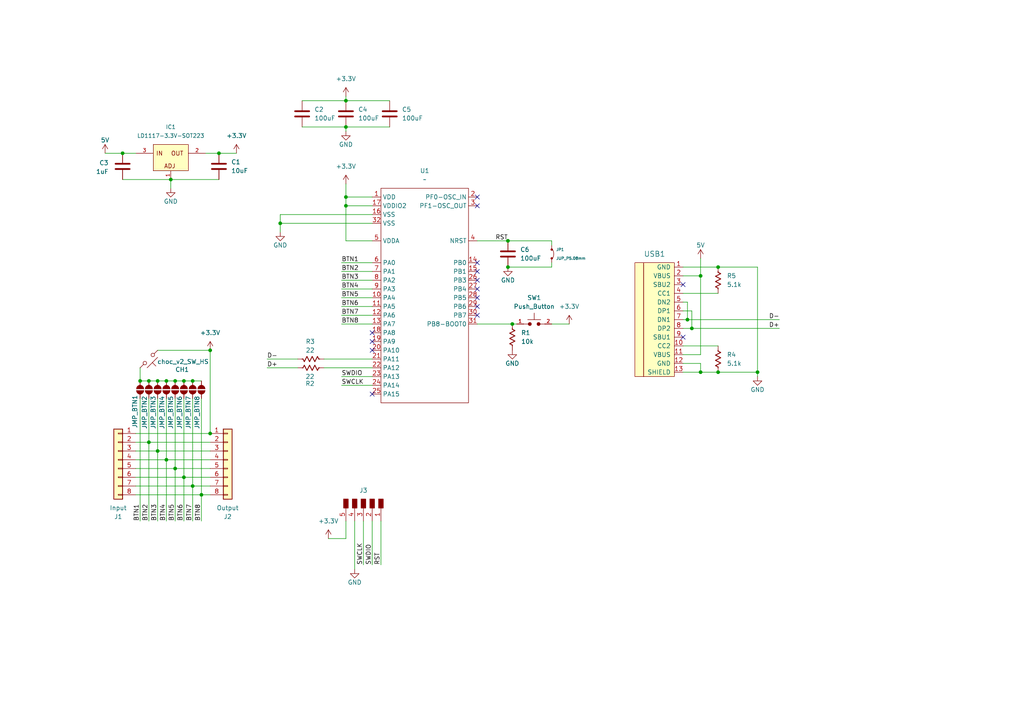
<source format=kicad_sch>
(kicad_sch (version 20250114) (generator "eeschema") (generator_version "9.0")
  (paper "A4")
  (lib_symbols
    (symbol "PCM_4ms_Power-symbol:+3.3V" (power) (pin_names (offset 0))
      (property "Value" "+3.3V" (at 0 3.556 0))
      (symbol "+3.3V_0_1"
        (polyline (pts (xy -0.762 1.27) (xy 0 2.54)))
        (polyline (pts (xy 0 2.54) (xy 0.762 1.27)))
        (polyline (pts (xy 0 0) (xy 0 2.54)))
      )
      (symbol "+3.3V_1_1"
        (pin power_in line (at 0 0 90) (length 0) (hide yes) (name "+3V3") (number "1"))
      )
    )
    (symbol "PCM_4ms_Regulator:LD1117-3.3V-SOT223" (pin_names (offset 1.016) (hide yes))
      (property "Reference" "IC" (at 2.54 -6.35 0))
      (property "Value" "LD1117-3.3V-SOT223" (at -4.445 4.445 0))
      (symbol "LD1117-3.3V-SOT223_1_0"
        (rectangle (start -5.08 3.81) (end 5.08 -3.81) (fill (type background)))
        (text "IN" (at -3.2766 1.2446 0) (effects (font (size 1.2192 1.2192))))
        (text "ADJ" (at -0.2794 -2.4384 0) (effects (font (size 1.2192 1.2192))))
        (text "OUT" (at 1.8796 1.2446 0) (effects (font (size 1.2192 1.2192))))
      )
      (symbol "LD1117-3.3V-SOT223_1_1"
        (pin input line (at -10.16 1.27 0) (length 5.08) (name "IN") (number "3"))
        (pin input line (at 0 -6.35 90) (length 2.54) (name "ADJ") (number "1"))
        (pin passive line (at 10.16 1.27 180) (length 5.08) (name "OUT") (number "2"))
      )
    )
    (symbol "PCM_Capacitor_AKL:C_0402" (pin_numbers (hide yes)) (pin_names (offset 0.254))
      (property "Reference" "C" (at 0.635 2.54 0))
      (property "Value" "C_0402" (at 0.635 -2.54 0))
      (symbol "C_0402_0_1"
        (polyline (pts (xy -2.032 0.762) (xy 2.032 0.762)) (stroke (width 0.508)))
        (polyline (pts (xy -2.032 -0.762) (xy 2.032 -0.762)) (stroke (width 0.508)))
      )
      (symbol "C_0402_0_2"
        (polyline (pts (xy -2.54 -2.54) (xy -0.381 -0.381)))
        (polyline (pts (xy -0.508 -0.508) (xy -1.651 0.635)) (stroke (width 0.508)))
        (polyline (pts (xy -0.508 -0.508) (xy 0.635 -1.651)) (stroke (width 0.508)))
        (polyline (pts (xy 0.381 0.381) (xy 2.54 2.54)))
        (polyline (pts (xy 0.508 0.508) (xy -0.635 1.651)) (stroke (width 0.508)))
        (polyline (pts (xy 0.508 0.508) (xy 1.651 -0.635)) (stroke (width 0.508)))
      )
      (symbol "C_0402_1_1"
        (pin passive line (at 0 3.81 270) (length 2.794) (name "~") (number "1"))
        (pin passive line (at 0 -3.81 90) (length 2.794) (name "~") (number "2"))
      )
      (symbol "C_0402_1_2"
        (pin passive line (at -2.54 -2.54 90) (length 0) (name "~") (number "2"))
        (pin passive line (at 2.54 2.54 270) (length 0) (name "~") (number "1"))
      )
    )
    (symbol "PCM_Resistor_US_AKL:R_0805" (pin_numbers (hide yes)) (pin_names (offset 0))
      (property "Reference" "R" (at 2.54 1.27 0))
      (property "Value" "R_0805" (at 2.54 -1.27 0))
      (symbol "R_0805_0_1"
        (polyline (pts (xy 0 2.286) (xy 0 2.54)) (stroke (width 0.254)))
        (polyline (pts (xy 0 2.286) (xy 0.762 1.905) (xy -0.762 1.143) (xy 0 0.762) (xy 0.762 0.381) (xy 0 0) (xy -0.762 -0.381) (xy 0 -0.762) (xy 0.762 -1.143) (xy 0 -1.524) (xy -0.762 -1.905) (xy 0 -2.286)) (stroke (width 0.254)))
        (polyline (pts (xy 0 -2.286) (xy 0 -2.54)) (stroke (width 0.254)))
      )
      (symbol "R_0805_0_2"
        (polyline (pts (xy -2.54 -2.54) (xy -1.778 -1.778)))
        (polyline (pts (xy -1.778 -1.778) (xy -1.524 -1.524)) (stroke (width 0.254)))
        (polyline (pts (xy -1.524 -1.524) (xy -1.778 -0.762) (xy -1.016 -1.016)) (stroke (width 0.254)))
        (polyline (pts (xy -0.508 -0.508) (xy -0.762 0.254) (xy 0 0)) (stroke (width 0.254)))
        (polyline (pts (xy -0.508 -0.508) (xy -0.254 -1.27) (xy -1.016 -1.016)) (stroke (width 0.254)))
        (polyline (pts (xy 0.508 0.508) (xy 0.254 1.27) (xy 1.016 1.016)) (stroke (width 0.254)))
        (polyline (pts (xy 0.508 0.508) (xy 0.762 -0.254) (xy 0 0)) (stroke (width 0.254)))
        (polyline (pts (xy 1.524 1.524) (xy 1.778 0.762) (xy 1.016 1.016)) (stroke (width 0.254)))
        (polyline (pts (xy 1.778 1.778) (xy 1.524 1.524)) (stroke (width 0.254)))
        (polyline (pts (xy 1.778 1.778) (xy 2.54 2.54)))
      )
      (symbol "R_0805_1_1"
        (pin passive line (at 0 3.81 270) (length 1.27) (name "~") (number "1"))
        (pin passive line (at 0 -3.81 90) (length 1.27) (name "~") (number "2"))
      )
      (symbol "R_0805_1_2"
        (pin passive line (at -2.54 -2.54 0) (length 0) (name "") (number "2"))
        (pin passive line (at 2.54 2.54 180) (length 0) (name "") (number "1"))
      )
    )
    (symbol "PCM_SL_Devices:Push_Button"
      (property "Reference" "SW" (at 0 6.35 0))
      (property "Value" "Push_Button" (at 0 4.445 0))
      (symbol "Push_Button_0_1"
        (polyline (pts (xy -3.175 0) (xy -1.778 0)))
        (polyline (pts (xy -1.905 1.27) (xy 1.905 1.27)))
        (circle (center -1.27 0) (radius 0.4579) (fill (type outline)))
        (polyline (pts (xy 0 1.27) (xy 0 3.175)))
        (circle (center 1.27 0) (radius 0.4579) (fill (type outline)))
        (polyline (pts (xy 1.778 0) (xy 3.175 0)))
      )
      (symbol "Push_Button_1_1"
        (pin passive line (at -5.08 0 0) (length 2) (name "") (number "1"))
        (pin passive line (at 5.08 0 180) (length 2) (name "") (number "2"))
      )
    )
    (symbol "PCM_SL_Jumpers_THT:JUP_P5.08mm"
      (property "Reference" "JP" (at -4.064 1.524 0))
      (property "Value" "JUP_P5.08mm" (at 1.27 1.524 0))
      (symbol "JUP_P5.08mm_0_1"
        (circle (center -1.27 0) (radius 0.254) (fill (type outline)))
        (arc (start -1.27 0.254) (mid 0 0.5892) (end 1.27 0.254))
        (circle (center 1.27 0) (radius 0.254) (fill (type outline)))
      )
      (symbol "JUP_P5.08mm_1_1"
        (pin passive line (at -2.54 0 0) (length 1.2) (name "") (number "1"))
        (pin passive line (at 2.54 0 180) (length 1.2) (name "") (number "2"))
      )
    )
    (symbol "PCM_SparkFun-Connector:Conn_01x08_JST_P1.25mm_Locking_Horizontal_SMD" (pin_names (offset 1.016) (hide yes))
      (property "Reference" "J" (at 0 10.16 0))
      (property "Value" "JST_Locking_8" (at 0 -12.7 0))
      (symbol "Conn_01x08_JST_P1.25mm_Locking_Horizontal_SMD_1_1"
        (rectangle (start -1.27 8.89) (end 1.27 -11.43) (stroke (width 0.254)) (fill (type background)))
        (rectangle (start -1.27 7.747) (end 0 7.493) (stroke (width 0.1524)))
        (rectangle (start -1.27 5.207) (end 0 4.953) (stroke (width 0.1524)))
        (rectangle (start -1.27 2.667) (end 0 2.413) (stroke (width 0.1524)))
        (rectangle (start -1.27 0.127) (end 0 -0.127) (stroke (width 0.1524)))
        (rectangle (start -1.27 -2.413) (end 0 -2.667) (stroke (width 0.1524)))
        (rectangle (start -1.27 -4.953) (end 0 -5.207) (stroke (width 0.1524)))
        (rectangle (start -1.27 -7.493) (end 0 -7.747) (stroke (width 0.1524)))
        (rectangle (start -1.27 -10.033) (end 0 -10.287) (stroke (width 0.1524)))
        (pin passive line (at -5.08 7.62 0) (length 3.81) (name "Pin_1") (number "1"))
        (pin passive line (at -5.08 5.08 0) (length 3.81) (name "Pin_2") (number "2"))
        (pin passive line (at -5.08 2.54 0) (length 3.81) (name "Pin_3") (number "3"))
        (pin passive line (at -5.08 0 0) (length 3.81) (name "Pin_4") (number "4"))
        (pin passive line (at -5.08 -2.54 0) (length 3.81) (name "Pin_5") (number "5"))
        (pin passive line (at -5.08 -5.08 0) (length 3.81) (name "Pin_6") (number "6"))
        (pin passive line (at -5.08 -7.62 0) (length 3.81) (name "Pin_7") (number "7"))
        (pin passive line (at -5.08 -10.16 0) (length 3.81) (name "Pin_8") (number "8"))
        (pin no_connect line (at 3.81 -11.43 90) (length 5.08) (hide yes) (name "NC") (number "NC2"))
        (pin no_connect line (at 6.35 -11.43 90) (length 5.08) (hide yes) (name "NC") (number "NC1"))
      )
    )
    (symbol "PCM_SparkFun-Jumper:SolderJumper_2_Open_No_Silk" (pin_numbers (hide yes)) (pin_names (offset 0) (hide yes))
      (property "Reference" "JP" (at 0 2.032 0))
      (property "Value" "~" (at 0 -2.54 0))
      (symbol "SolderJumper_2_Open_No_Silk_0_1"
        (polyline (pts (xy -0.254 1.016) (xy -0.254 -1.016)))
        (arc (start -0.254 -1.016) (mid -1.2656 0) (end -0.254 1.016))
        (arc (start -0.254 -1.016) (mid -1.2656 0) (end -0.254 1.016) (fill (type outline)))
        (arc (start 0.254 1.016) (mid 1.2656 0) (end 0.254 -1.016))
        (arc (start 0.254 1.016) (mid 1.2656 0) (end 0.254 -1.016) (fill (type outline)))
        (polyline (pts (xy 0.254 1.016) (xy 0.254 -1.016)))
      )
      (symbol "SolderJumper_2_Open_No_Silk_1_1"
        (pin passive line (at -2.54 0 0) (length 1.27) (name "A") (number "1"))
        (pin passive line (at 2.54 0 180) (length 1.27) (name "B") (number "2"))
      )
    )
    (symbol "PCM_SparkFun-PowerSymbol:5V" (power) (pin_names (offset 0))
      (property "Value" "5V" (at 0 3.81 0))
      (symbol "5V_0_1"
        (polyline (pts (xy -0.762 1.27) (xy 0 2.54)))
        (polyline (pts (xy 0 2.54) (xy 0.762 1.27)))
        (polyline (pts (xy 0 0) (xy 0 2.54)))
      )
      (symbol "5V_1_1"
        (pin power_in line (at 0 0 90) (length 0) (hide yes) (name "5V") (number "1"))
      )
    )
    (symbol "PCM_SparkFun-PowerSymbol:GND" (power) (pin_names (offset 0))
      (property "Value" "GND" (at 0 -3.81 0))
      (symbol "GND_0_1"
        (polyline (pts (xy 0 0) (xy 0 -1.27) (xy 1.27 -1.27) (xy 0 -2.54) (xy -1.27 -1.27) (xy 0 -1.27)))
      )
      (symbol "GND_1_1"
        (pin power_in line (at 0 0 270) (length 0) (hide yes) (name "GND") (number "1"))
      )
    )
    (symbol "PCM_fab:PinHeader_01x05_P2.54mm_Horizontal_SMD" (pin_names (hide yes))
      (property "Reference" "J" (at 0 7.62 0))
      (property "Value" "PinHeader_01x05_P2.54mm_Horizontal_SMD" (at 0 -7.62 0))
      (symbol "PinHeader_01x05_P2.54mm_Horizontal_SMD_1_1"
        (rectangle (start -1.27 5.715) (end 1.27 4.445) (stroke (width 0.254)) (fill (type outline)))
        (rectangle (start -1.27 3.175) (end 1.27 1.905) (stroke (width 0.254)) (fill (type outline)))
        (rectangle (start -1.27 0.635) (end 1.27 -0.635) (stroke (width 0.254)) (fill (type outline)))
        (rectangle (start -1.27 -1.905) (end 1.27 -3.175) (stroke (width 0.254)) (fill (type outline)))
        (rectangle (start -1.27 -4.445) (end 1.27 -5.715) (stroke (width 0.254)) (fill (type outline)))
        (pin passive line (at 5.08 5.08 180) (length 3.81) (name "Pin_1") (number "1"))
        (pin passive line (at 5.08 2.54 180) (length 3.81) (name "Pin_2") (number "2"))
        (pin passive line (at 5.08 0 180) (length 3.81) (name "Pin_3") (number "3"))
        (pin passive line (at 5.08 -2.54 180) (length 3.81) (name "Pin_4") (number "4"))
        (pin passive line (at 5.08 -5.08 180) (length 3.81) (name "Pin_5") (number "5"))
      )
    )
    (symbol "PCM_marbastlib-choc:choc_v1_SW_HS_CPG135001S30" (pin_numbers (hide yes)) (pin_names (offset 1.016) (hide yes))
      (property "Reference" "CH" (at 3.048 1.016 0))
      (property "Value" "choc_v1_SW_HS" (at 0 -3.81 0))
      (symbol "choc_v1_SW_HS_CPG135001S30_0_1"
        (polyline (pts (xy -2.54 2.54) (xy -1.524 1.524) (xy -1.524 1.524)))
        (circle (center -1.1684 1.1684) (radius 0.508))
        (polyline (pts (xy -0.508 2.54) (xy 2.54 -0.508)))
        (polyline (pts (xy 1.016 1.016) (xy 2.032 2.032)))
        (circle (center 1.143 -1.1938) (radius 0.508))
        (polyline (pts (xy 1.524 -1.524) (xy 2.54 -2.54) (xy 2.54 -2.54) (xy 2.54 -2.54)))
        (pin passive line (at -2.54 2.54 0) (length 0) (name "1") (number "1"))
        (pin passive line (at 2.54 -2.54 180) (length 0) (name "2") (number "2"))
      )
    )
    (symbol "Type-C:HRO-TYPE-C-31-M-12" (pin_names (offset 1.016))
      (property "Reference" "USB" (at -5.08 16.51 0))
      (property "Value" "HRO-TYPE-C-31-M-12" (at -10.16 -1.27 90))
      (symbol "HRO-TYPE-C-31-M-12_0_1"
        (rectangle (start -11.43 15.24) (end -8.89 -17.78) (fill (type background)))
        (rectangle (start 0 -17.78) (end -8.89 15.24) (fill (type background)))
      )
      (symbol "HRO-TYPE-C-31-M-12_1_1"
        (pin input line (at 2.54 13.97 180) (length 2.54) (name "GND") (number "1"))
        (pin input line (at 2.54 11.43 180) (length 2.54) (name "VBUS") (number "2"))
        (pin input line (at 2.54 8.89 180) (length 2.54) (name "SBU2") (number "3"))
        (pin input line (at 2.54 6.35 180) (length 2.54) (name "CC1") (number "4"))
        (pin input line (at 2.54 3.81 180) (length 2.54) (name "DN2") (number "5"))
        (pin input line (at 2.54 1.27 180) (length 2.54) (name "DP1") (number "6"))
        (pin input line (at 2.54 -1.27 180) (length 2.54) (name "DN1") (number "7"))
        (pin input line (at 2.54 -3.81 180) (length 2.54) (name "DP2") (number "8"))
        (pin input line (at 2.54 -6.35 180) (length 2.54) (name "SBU1") (number "9"))
        (pin input line (at 2.54 -8.89 180) (length 2.54) (name "CC2") (number "10"))
        (pin input line (at 2.54 -11.43 180) (length 2.54) (name "VBUS") (number "11"))
        (pin input line (at 2.54 -13.97 180) (length 2.54) (name "GND") (number "12"))
        (pin input line (at 2.54 -16.51 180) (length 2.54) (name "SHIELD") (number "13"))
      )
    )
    (symbol "mycustomsymbols:STM32F042K6"
      (property "Reference" "U" (at -12.192 30.734 0))
      (symbol "STM32F042K6_0_1"
        (rectangle (start -12.7 29.21) (end 12.7 -33.02))
      )
      (symbol "STM32F042K6_1_1"
        (pin bidirectional line (at -15.24 26.67 0) (length 2.54) (name "VDD") (number "1"))
        (pin bidirectional line (at -15.24 24.13 0) (length 2.54) (name "VDDIO2") (number "17"))
        (pin bidirectional line (at -15.24 21.59 0) (length 2.54) (name "VSS") (number "16"))
        (pin bidirectional line (at -15.24 19.05 0) (length 2.54) (name "VSS") (number "32"))
        (pin bidirectional line (at -15.24 13.97 0) (length 2.54) (name "VDDA") (number "5"))
        (pin bidirectional line (at -15.24 7.62 0) (length 2.54) (name "PA0") (number "6"))
        (pin bidirectional line (at -15.24 5.08 0) (length 2.54) (name "PA1") (number "7"))
        (pin bidirectional line (at -15.24 2.54 0) (length 2.54) (name "PA2") (number "8"))
        (pin bidirectional line (at -15.24 0 0) (length 2.54) (name "PA3") (number "9"))
        (pin bidirectional line (at -15.24 -2.54 0) (length 2.54) (name "PA4") (number "10"))
        (pin bidirectional line (at -15.24 -5.08 0) (length 2.54) (name "PA5") (number "11"))
        (pin bidirectional line (at -15.24 -7.62 0) (length 2.54) (name "PA6") (number "12"))
        (pin bidirectional line (at -15.24 -10.16 0) (length 2.54) (name "PA7") (number "13"))
        (pin bidirectional line (at -15.24 -12.7 0) (length 2.54) (name "PA8") (number "18"))
        (pin bidirectional line (at -15.24 -15.24 0) (length 2.54) (name "PA9") (number "19"))
        (pin bidirectional line (at -15.24 -17.78 0) (length 2.54) (name "PA10") (number "20"))
        (pin bidirectional line (at -15.24 -20.32 0) (length 2.54) (name "PA11") (number "21"))
        (pin bidirectional line (at -15.24 -22.86 0) (length 2.54) (name "PA12") (number "22"))
        (pin bidirectional line (at -15.24 -25.4 0) (length 2.54) (name "PA13") (number "23"))
        (pin bidirectional line (at -15.24 -27.94 0) (length 2.54) (name "PA14") (number "24"))
        (pin bidirectional line (at -15.24 -30.48 0) (length 2.54) (name "PA15") (number "25"))
        (pin bidirectional line (at 15.24 26.67 180) (length 2.54) (name "PF0-OSC_IN") (number "2"))
        (pin bidirectional line (at 15.24 24.13 180) (length 2.54) (name "PF1-OSC_OUT") (number "3"))
        (pin bidirectional line (at 15.24 13.97 180) (length 2.54) (name "NRST") (number "4"))
        (pin bidirectional line (at 15.24 7.62 180) (length 2.54) (name "PB0") (number "14"))
        (pin bidirectional line (at 15.24 5.08 180) (length 2.54) (name "PB1") (number "15"))
        (pin bidirectional line (at 15.24 2.54 180) (length 2.54) (name "PB3") (number "26"))
        (pin bidirectional line (at 15.24 0 180) (length 2.54) (name "PB4") (number "27"))
        (pin bidirectional line (at 15.24 -2.54 180) (length 2.54) (name "PB5") (number "28"))
        (pin bidirectional line (at 15.24 -5.08 180) (length 2.54) (name "PB6") (number "29"))
        (pin bidirectional line (at 15.24 -7.62 180) (length 2.54) (name "PB7") (number "30"))
        (pin bidirectional line (at 15.24 -10.16 180) (length 2.54) (name "PB8-BOOT0") (number "31"))
      )
    )
  )
  (junction (at 208.28 77.47))
  (junction (at 43.18 110.49))
  (junction (at 60.96 125.73))
  (junction (at 40.64 110.49))
  (junction (at 199.39 92.71))
  (junction (at 100.33 29.21))
  (junction (at 63.5 44.45))
  (junction (at 45.72 110.49))
  (junction (at 100.33 36.83))
  (junction (at 53.34 110.49))
  (junction (at 100.33 59.69))
  (junction (at 35.56 44.45))
  (junction (at 147.32 77.47))
  (junction (at 43.18 128.27))
  (junction (at 45.72 130.81))
  (junction (at 58.42 143.51))
  (junction (at 49.53 52.07))
  (junction (at 203.2 80.01))
  (junction (at 81.28 64.77))
  (junction (at 60.96 101.6))
  (junction (at 203.2 107.95))
  (junction (at 200.66 95.25))
  (junction (at 48.26 133.35))
  (junction (at 50.8 110.49))
  (junction (at 55.88 110.49))
  (junction (at 53.34 138.43))
  (junction (at 147.32 69.85))
  (junction (at 50.8 135.89))
  (junction (at 219.71 107.95))
  (junction (at 148.59 93.98))
  (junction (at 208.28 107.95))
  (junction (at 48.26 110.49))
  (junction (at 55.88 140.97))
  (junction (at 100.33 57.15))
  (no_connect (at 138.43 57.15))
  (no_connect (at 138.43 59.69))
  (no_connect (at 107.95 114.3))
  (no_connect (at 138.43 88.9))
  (no_connect (at 138.43 86.36))
  (no_connect (at 107.95 101.6))
  (no_connect (at 107.95 96.52))
  (no_connect (at 138.43 91.44))
  (no_connect (at 198.12 97.79))
  (no_connect (at 107.95 99.06))
  (no_connect (at 138.43 76.2))
  (no_connect (at 198.12 82.55))
  (no_connect (at 138.43 78.74))
  (no_connect (at 138.43 81.28))
  (no_connect (at 138.43 83.82))
  (wire (pts (xy 55.88 115.57) (xy 55.88 140.97)))
  (wire (pts (xy 110.49 163.83) (xy 110.49 151.13)))
  (wire (pts (xy 39.37 140.97) (xy 55.88 140.97)))
  (wire (pts (xy 50.8 135.89) (xy 60.96 135.89)))
  (wire (pts (xy 203.2 74.93) (xy 203.2 80.01)))
  (wire (pts (xy 39.37 125.73) (xy 60.96 125.73)))
  (wire (pts (xy 99.06 91.44) (xy 107.95 91.44)))
  (wire (pts (xy 203.2 107.95) (xy 208.28 107.95)))
  (wire (pts (xy 48.26 133.35) (xy 60.96 133.35)))
  (wire (pts (xy 165.1 93.98) (xy 160.02 93.98)))
  (wire (pts (xy 200.66 90.17) (xy 200.66 95.25)))
  (wire (pts (xy 39.37 135.89) (xy 50.8 135.89)))
  (wire (pts (xy 48.26 133.35) (xy 48.26 151.13)))
  (wire (pts (xy 200.66 95.25) (xy 226.06 95.25)))
  (wire (pts (xy 100.33 156.21) (xy 100.33 151.13)))
  (wire (pts (xy 149.86 93.98) (xy 148.59 93.98)))
  (wire (pts (xy 99.06 93.98) (xy 107.95 93.98)))
  (wire (pts (xy 43.18 128.27) (xy 60.96 128.27)))
  (wire (pts (xy 203.2 102.87) (xy 198.12 102.87)))
  (wire (pts (xy 86.36 104.14) (xy 77.47 104.14)))
  (wire (pts (xy 203.2 80.01) (xy 203.2 102.87)))
  (wire (pts (xy 87.63 29.21) (xy 100.33 29.21)))
  (wire (pts (xy 43.18 128.27) (xy 43.18 151.13)))
  (wire (pts (xy 30.48 44.45) (xy 35.56 44.45)))
  (wire (pts (xy 160.02 77.47) (xy 147.32 77.47)))
  (wire (pts (xy 107.95 69.85) (xy 100.33 69.85)))
  (wire (pts (xy 53.34 115.57) (xy 53.34 138.43)))
  (wire (pts (xy 198.12 92.71) (xy 199.39 92.71)))
  (wire (pts (xy 35.56 52.07) (xy 49.53 52.07)))
  (wire (pts (xy 100.33 53.34) (xy 100.33 57.15)))
  (wire (pts (xy 39.37 143.51) (xy 58.42 143.51)))
  (wire (pts (xy 40.64 106.68) (xy 40.64 110.49)))
  (wire (pts (xy 147.32 69.85) (xy 160.02 69.85)))
  (wire (pts (xy 160.02 69.85) (xy 160.02 71.12)))
  (wire (pts (xy 95.25 156.21) (xy 100.33 156.21)))
  (wire (pts (xy 81.28 64.77) (xy 81.28 67.31)))
  (wire (pts (xy 198.12 85.09) (xy 208.28 85.09)))
  (wire (pts (xy 105.41 151.13) (xy 105.41 163.83)))
  (wire (pts (xy 49.53 54.61) (xy 49.53 52.07)))
  (wire (pts (xy 59.69 44.45) (xy 63.5 44.45)))
  (wire (pts (xy 100.33 57.15) (xy 100.33 59.69)))
  (wire (pts (xy 203.2 105.41) (xy 198.12 105.41)))
  (wire (pts (xy 50.8 110.49) (xy 53.34 110.49)))
  (wire (pts (xy 39.37 128.27) (xy 43.18 128.27)))
  (wire (pts (xy 45.72 110.49) (xy 48.26 110.49)))
  (wire (pts (xy 60.96 101.6) (xy 45.72 101.6)))
  (wire (pts (xy 198.12 90.17) (xy 200.66 90.17)))
  (wire (pts (xy 107.95 59.69) (xy 100.33 59.69)))
  (wire (pts (xy 99.06 109.22) (xy 107.95 109.22)))
  (wire (pts (xy 198.12 100.33) (xy 208.28 100.33)))
  (wire (pts (xy 58.42 143.51) (xy 58.42 151.13)))
  (wire (pts (xy 100.33 59.69) (xy 100.33 69.85)))
  (wire (pts (xy 100.33 27.94) (xy 100.33 29.21)))
  (wire (pts (xy 100.33 29.21) (xy 113.03 29.21)))
  (wire (pts (xy 39.37 133.35) (xy 48.26 133.35)))
  (wire (pts (xy 50.8 135.89) (xy 50.8 151.13)))
  (wire (pts (xy 45.72 130.81) (xy 45.72 151.13)))
  (wire (pts (xy 48.26 115.57) (xy 48.26 133.35)))
  (wire (pts (xy 49.53 52.07) (xy 63.5 52.07)))
  (wire (pts (xy 55.88 140.97) (xy 60.96 140.97)))
  (wire (pts (xy 198.12 80.01) (xy 203.2 80.01)))
  (wire (pts (xy 99.06 111.76) (xy 107.95 111.76)))
  (wire (pts (xy 219.71 107.95) (xy 219.71 109.22)))
  (wire (pts (xy 100.33 38.1) (xy 100.33 36.83)))
  (wire (pts (xy 219.71 77.47) (xy 219.71 107.95)))
  (wire (pts (xy 208.28 77.47) (xy 219.71 77.47)))
  (wire (pts (xy 86.36 106.68) (xy 77.47 106.68)))
  (wire (pts (xy 99.06 83.82) (xy 107.95 83.82)))
  (wire (pts (xy 35.56 44.45) (xy 39.37 44.45)))
  (wire (pts (xy 58.42 115.57) (xy 58.42 143.51)))
  (wire (pts (xy 138.43 69.85) (xy 147.32 69.85)))
  (wire (pts (xy 198.12 87.63) (xy 199.39 87.63)))
  (wire (pts (xy 81.28 62.23) (xy 81.28 64.77)))
  (wire (pts (xy 53.34 138.43) (xy 53.34 151.13)))
  (wire (pts (xy 81.28 64.77) (xy 107.95 64.77)))
  (wire (pts (xy 99.06 76.2) (xy 107.95 76.2)))
  (wire (pts (xy 199.39 92.71) (xy 226.06 92.71)))
  (wire (pts (xy 55.88 110.49) (xy 58.42 110.49)))
  (wire (pts (xy 93.98 106.68) (xy 107.95 106.68)))
  (wire (pts (xy 39.37 130.81) (xy 45.72 130.81)))
  (wire (pts (xy 53.34 138.43) (xy 60.96 138.43)))
  (wire (pts (xy 39.37 138.43) (xy 53.34 138.43)))
  (wire (pts (xy 100.33 57.15) (xy 107.95 57.15)))
  (wire (pts (xy 160.02 76.2) (xy 160.02 77.47)))
  (wire (pts (xy 40.64 110.49) (xy 43.18 110.49)))
  (wire (pts (xy 107.95 163.83) (xy 107.95 151.13)))
  (wire (pts (xy 199.39 87.63) (xy 199.39 92.71)))
  (wire (pts (xy 53.34 110.49) (xy 55.88 110.49)))
  (wire (pts (xy 58.42 143.51) (xy 60.96 143.51)))
  (wire (pts (xy 203.2 105.41) (xy 203.2 107.95)))
  (wire (pts (xy 87.63 36.83) (xy 100.33 36.83)))
  (wire (pts (xy 60.96 101.6) (xy 60.96 125.73)))
  (wire (pts (xy 43.18 115.57) (xy 43.18 128.27)))
  (wire (pts (xy 45.72 115.57) (xy 45.72 130.81)))
  (wire (pts (xy 113.03 36.83) (xy 100.33 36.83)))
  (wire (pts (xy 63.5 44.45) (xy 68.58 44.45)))
  (wire (pts (xy 198.12 95.25) (xy 200.66 95.25)))
  (wire (pts (xy 99.06 78.74) (xy 107.95 78.74)))
  (wire (pts (xy 138.43 93.98) (xy 148.59 93.98)))
  (wire (pts (xy 50.8 115.57) (xy 50.8 135.89)))
  (wire (pts (xy 99.06 86.36) (xy 107.95 86.36)))
  (wire (pts (xy 93.98 104.14) (xy 107.95 104.14)))
  (wire (pts (xy 102.87 151.13) (xy 102.87 165.1)))
  (wire (pts (xy 203.2 107.95) (xy 198.12 107.95)))
  (wire (pts (xy 99.06 81.28) (xy 107.95 81.28)))
  (wire (pts (xy 208.28 107.95) (xy 219.71 107.95)))
  (wire (pts (xy 55.88 140.97) (xy 55.88 151.13)))
  (wire (pts (xy 99.06 88.9) (xy 107.95 88.9)))
  (wire (pts (xy 43.18 110.49) (xy 45.72 110.49)))
  (wire (pts (xy 45.72 130.81) (xy 60.96 130.81)))
  (wire (pts (xy 198.12 77.47) (xy 208.28 77.47)))
  (wire (pts (xy 81.28 62.23) (xy 107.95 62.23)))
  (wire (pts (xy 48.26 110.49) (xy 50.8 110.49)))
  (wire (pts (xy 40.64 151.13) (xy 40.64 115.57)))
  (label "BTN1" (at 40.64 151.13 90))
  (label "BTN2" (at 43.18 151.13 90))
  (label "BTN5" (at 99.06 86.36 0))
  (label "SWCLK" (at 99.06 111.76 0))
  (label "BTN6" (at 99.06 88.9 0))
  (label "BTN4" (at 48.26 151.13 90))
  (label "BTN7" (at 55.88 151.13 90))
  (label "SWCLK" (at 105.41 163.83 90))
  (label "D-" (at 77.47 104.14 0))
  (label "BTN8" (at 99.06 93.98 0))
  (label "BTN4" (at 99.06 83.82 0))
  (label "BTN1" (at 99.06 76.2 0))
  (label "RST" (at 110.49 163.83 90))
  (label "SWDIO" (at 99.06 109.22 0))
  (label "D+" (at 77.47 106.68 0))
  (label "BTN8" (at 58.42 151.13 90))
  (label "BTN6" (at 53.34 151.13 90))
  (label "BTN5" (at 50.8 151.13 90))
  (label "RST" (at 147.32 69.85 180))
  (label "BTN3" (at 45.72 151.13 90))
  (label "D+" (at 226.06 95.25 180))
  (label "BTN3" (at 99.06 81.28 0))
  (label "D-" (at 226.06 92.71 180))
  (label "BTN7" (at 99.06 91.44 0))
  (label "SWDIO" (at 107.95 163.83 90))
  (label "BTN2" (at 99.06 78.74 0))
  (symbol (lib_id "PCM_4ms_Regulator:LD1117-3.3V-SOT223") (at 49.53 45.72 0) (unit 1)
    (property "Reference" "IC1" (at 49.53 36.83 0) (effects (font (size 1.143 1.143))))
    (property "Value" "LD1117-3.3V-SOT223" (at 49.53 39.37 0) (effects (font (size 1.143 1.143))))
    (property "Footprint" "PCM_4ms_Package_SOT:SOT223" (effects (hide yes)))
    (property "Datasheet" "https://www.mouser.com/datasheet/2/389/cd00000544-1795431.pdf" (effects (hide yes)))
    (property "Description" "3.3V Voltage Regulator, SOT-223-3, Imax=0.8A, VinMax=15V, Vdrop=1V" (effects (hide yes)))
    (property "Manufacturer" "STMicroelectronics" (effects (hide yes)))
    (property "Part Number" "LD1117S33CTR" (effects (hide yes)))
  )
  (symbol (lib_id "PCM_Capacitor_AKL:C_0402") (at 147.32 73.66 180) (unit 1)
    (property "Reference" "C6" (at 150.876 72.3899 0) (effects (justify right)))
    (property "Value" "100uF" (at 150.876 74.9299 0) (effects (justify right)))
    (property "Footprint" "PCM_Capacitor_SMD_Handsoldering_AKL:C_0805_2012Metric" (effects (hide yes)))
    (property "Description" "SMD 0402 MLCC capacitor, Alternate KiCad Library" (effects (hide yes)))
  )
  (symbol (lib_id "PCM_SparkFun-Jumper:SolderJumper_2_Open_No_Silk") (at 48.26 113.03 90) (unit 1)
    (property "Reference" "JMP_BTN4" (at 46.99 124.4601 0) (effects (justify left)))
    (property "Footprint" "PCM_SparkFun-Jumper:Jumper_2_NO_NoSilk" (effects (hide yes)))
    (property "Description" "Solder Jumper, 2-pole, open" (effects (hide yes)))
  )
  (symbol (lib_id "PCM_Resistor_US_AKL:R_0805") (at 90.17 106.68 90) (unit 1)
    (property "Reference" "R2" (at 89.916 111.252 90))
    (property "Value" "22" (at 89.916 109.22 90))
    (property "Footprint" "PCM_Resistor_SMD_AKL:R_0805_2012Metric" (effects (hide yes)))
    (property "Description" "SMD 0805 Chip Resistor, US Symbol, Alternate KiCad Library" (effects (hide yes)))
  )
  (symbol (lib_id "PCM_fab:PinHeader_01x05_P2.54mm_Horizontal_SMD") (at 105.41 146.05 270) (unit 1)
    (property "Reference" "J3" (at 105.41 142.24 90))
    (property "Value" "PinHeader_01x05_P2.54mm_Horizontal_SMD" (effects (hide yes)))
    (property "Footprint" "PCM_fab:PinHeader_01x05_P2.54mm_Vertical_THT_D1.4mm" (effects (hide yes)))
    (property "Description" "Male connector, single row" (effects (hide yes)))
  )
  (symbol (lib_id "PCM_SparkFun-PowerSymbol:GND") (at 49.53 54.61 0) (unit 1)
    (property "Reference" "#PWR04" (effects (hide yes)))
    (property "Value" "GND" (at 49.53 58.42 0))
    (property "Description" "Power symbol creates a global label with name \"GND\" , ground" (effects (hide yes)))
  )
  (symbol (lib_id "PCM_SparkFun-Connector:Conn_01x08_JST_P1.25mm_Locking_Horizontal_SMD") (at 34.29 133.35 0) (mirror y) (unit 1)
    (property "Reference" "J1" (at 34.29 149.86 0))
    (property "Value" "Input" (at 34.29 147.32 0))
    (property "Footprint" "PCM_SparkFun-Connector:1x08_P2.54mm" (effects (hide yes)))
    (property "Datasheet" "https://www.jst-mfg.com/product/pdf/eng/eGH.pdf" (effects (hide yes)))
    (property "Description" "JST locking connector" (effects (hide yes)))
    (property "PROD_ID" "CONN-25026" (effects (hide yes)))
  )
  (symbol (lib_id "PCM_4ms_Power-symbol:+3.3V") (at 60.96 101.6 0) (unit 1)
    (property "Reference" "#PWR01" (effects (hide yes)))
    (property "Value" "+3.3V" (at 60.96 96.52 0))
  )
  (symbol (lib_id "PCM_Capacitor_AKL:C_0402") (at 35.56 48.26 0) (unit 1)
    (property "Reference" "C3" (at 31.496 47.2439 0) (effects (justify right)))
    (property "Value" "1uF" (at 31.496 49.7839 0) (effects (justify right)))
    (property "Footprint" "PCM_Capacitor_SMD_Handsoldering_AKL:C_0805_2012Metric" (effects (hide yes)))
    (property "Description" "SMD 0402 MLCC capacitor, Alternate KiCad Library" (effects (hide yes)))
  )
  (symbol (lib_id "PCM_SparkFun-Connector:Conn_01x08_JST_P1.25mm_Locking_Horizontal_SMD") (at 66.04 133.35 0) (unit 1)
    (property "Reference" "J2" (at 66.04 149.86 0))
    (property "Value" "Output" (at 66.04 147.32 0))
    (property "Footprint" "PCM_SparkFun-Connector:1x08_P2.54mm" (effects (hide yes)))
    (property "Datasheet" "https://www.jst-mfg.com/product/pdf/eng/eGH.pdf" (effects (hide yes)))
    (property "Description" "JST locking connector" (effects (hide yes)))
    (property "PROD_ID" "CONN-25026" (effects (hide yes)))
  )
  (symbol (lib_id "PCM_Capacitor_AKL:C_0402") (at 87.63 33.02 180) (unit 1)
    (property "Reference" "C2" (at 91.186 31.7499 0) (effects (justify right)))
    (property "Value" "100uF" (at 91.186 34.2899 0) (effects (justify right)))
    (property "Footprint" "PCM_Capacitor_SMD_Handsoldering_AKL:C_0805_2012Metric" (effects (hide yes)))
    (property "Description" "SMD 0402 MLCC capacitor, Alternate KiCad Library" (effects (hide yes)))
  )
  (symbol (lib_id "PCM_SparkFun-PowerSymbol:5V") (at 203.2 74.93 0) (unit 1)
    (property "Reference" "#PWR015" (effects (hide yes)))
    (property "Value" "5V" (at 203.2 71.12 0))
    (property "Description" "Power symbol creates a global label with name \"5V\"" (effects (hide yes)))
  )
  (symbol (lib_id "PCM_SparkFun-Jumper:SolderJumper_2_Open_No_Silk") (at 58.42 113.03 90) (unit 1)
    (property "Reference" "JMP_BTN8" (at 57.15 124.4601 0) (effects (justify left)))
    (property "Footprint" "PCM_SparkFun-Jumper:Jumper_2_NO_NoSilk" (effects (hide yes)))
    (property "Description" "Solder Jumper, 2-pole, open" (effects (hide yes)))
  )
  (symbol (lib_id "PCM_SparkFun-Jumper:SolderJumper_2_Open_No_Silk") (at 50.8 113.03 90) (unit 1)
    (property "Reference" "JMP_BTN5" (at 49.53 124.4601 0) (effects (justify left)))
    (property "Footprint" "PCM_SparkFun-Jumper:Jumper_2_NO_NoSilk" (effects (hide yes)))
    (property "Description" "Solder Jumper, 2-pole, open" (effects (hide yes)))
  )
  (symbol (lib_id "PCM_4ms_Power-symbol:+3.3V") (at 100.33 27.94 0) (unit 1)
    (property "Reference" "#PWR07" (effects (hide yes)))
    (property "Value" "+3.3V" (at 100.33 22.86 0))
  )
  (symbol (lib_id "PCM_SparkFun-Jumper:SolderJumper_2_Open_No_Silk") (at 53.34 113.03 90) (unit 1)
    (property "Reference" "JMP_BTN6" (at 52.07 124.4601 0) (effects (justify left)))
    (property "Footprint" "PCM_SparkFun-Jumper:Jumper_2_NO_NoSilk" (effects (hide yes)))
    (property "Description" "Solder Jumper, 2-pole, open" (effects (hide yes)))
  )
  (symbol (lib_id "PCM_Resistor_US_AKL:R_0805") (at 208.28 104.14 0) (unit 1)
    (property "Reference" "R4" (at 210.82 102.8699 0) (effects (justify left)))
    (property "Value" "5.1k" (at 210.82 105.4099 0) (effects (justify left)))
    (property "Footprint" "PCM_Resistor_SMD_AKL:R_0805_2012Metric" (effects (hide yes)))
    (property "Description" "SMD 0805 Chip Resistor, US Symbol, Alternate KiCad Library" (effects (hide yes)))
  )
  (symbol (lib_id "PCM_SparkFun-Jumper:SolderJumper_2_Open_No_Silk") (at 45.72 113.03 90) (unit 1)
    (property "Reference" "JMP_BTN3" (at 44.45 124.4601 0) (effects (justify left)))
    (property "Footprint" "PCM_SparkFun-Jumper:Jumper_2_NO_NoSilk" (effects (hide yes)))
    (property "Description" "Solder Jumper, 2-pole, open" (effects (hide yes)))
  )
  (symbol (lib_id "PCM_SparkFun-Jumper:SolderJumper_2_Open_No_Silk") (at 43.18 113.03 90) (unit 1)
    (property "Reference" "JMP_BTN2" (at 41.91 124.4601 0) (effects (justify left)))
    (property "Footprint" "PCM_SparkFun-Jumper:Jumper_2_NO_NoSilk" (effects (hide yes)))
    (property "Description" "Solder Jumper, 2-pole, open" (effects (hide yes)))
  )
  (symbol (lib_id "PCM_marbastlib-choc:choc_v1_SW_HS_CPG135001S30") (at 43.18 104.14 0) (mirror x) (unit 1)
    (property "Reference" "CH1" (at 52.832 107.188 0))
    (property "Value" "choc_v2_SW_HS" (at 53.086 104.902 0))
    (property "Footprint" "PCM_marbastlib-choc:SW_choc_v1_HS_CPG135001S30_1u" (effects (hide yes)))
    (property "Description" "Push button switch, normally open, two pins, 45° tilted" (effects (hide yes)))
  )
  (symbol (lib_id "PCM_SparkFun-PowerSymbol:GND") (at 100.33 38.1 0) (unit 1)
    (property "Reference" "#PWR08" (effects (hide yes)))
    (property "Value" "GND" (at 100.33 41.91 0))
    (property "Description" "Power symbol creates a global label with name \"GND\" , ground" (effects (hide yes)))
  )
  (symbol (lib_id "PCM_SparkFun-Jumper:SolderJumper_2_Open_No_Silk") (at 55.88 113.03 90) (unit 1)
    (property "Reference" "JMP_BTN7" (at 54.61 124.4601 0) (effects (justify left)))
    (property "Footprint" "PCM_SparkFun-Jumper:Jumper_2_NO_NoSilk" (effects (hide yes)))
    (property "Description" "Solder Jumper, 2-pole, open" (effects (hide yes)))
  )
  (symbol (lib_id "PCM_SparkFun-Jumper:SolderJumper_2_Open_No_Silk") (at 40.64 113.03 270) (unit 1)
    (property "Reference" "JMP_BTN1" (at 39.116 114.5539 0) (effects (justify left)))
    (property "Footprint" "PCM_SparkFun-Jumper:Jumper_2_NO_NoSilk" (effects (hide yes)))
    (property "Description" "Solder Jumper, 2-pole, open" (effects (hide yes)))
  )
  (symbol (lib_id "PCM_SL_Jumpers_THT:JUP_P5.08mm") (at 160.02 73.66 270) (unit 1)
    (property "Reference" "JP1" (at 161.29 72.39 90) (effects (font (size 0.8 0.8)) (justify left)))
    (property "Value" "JUP_P5.08mm" (at 161.29 74.93 90) (effects (font (size 0.8 0.8)) (justify left)))
    (property "Footprint" "PCM_SL_Jumpers:JUP_P5.08mm" (effects (hide yes)))
    (property "Description" "Through-Hole Jumpers or wire links with a pin space of 5.08mm" (effects (hide yes)))
  )
  (symbol (lib_id "PCM_SL_Devices:Push_Button") (at 154.94 93.98 0) (unit 1)
    (property "Reference" "SW1" (at 154.94 86.36 0))
    (property "Value" "Push_Button" (at 154.94 88.9 0))
    (property "Footprint" "Button_Switch_THT:SW_PUSH_6mm" (effects (hide yes)))
    (property "Description" "Common 6mmx6mm Push Button" (effects (hide yes)))
  )
  (symbol (lib_id "PCM_4ms_Power-symbol:+3.3V") (at 100.33 53.34 0) (unit 1)
    (property "Reference" "#PWR05" (effects (hide yes)))
    (property "Value" "+3.3V" (at 100.33 48.26 0))
  )
  (symbol (lib_id "PCM_SparkFun-PowerSymbol:GND") (at 102.87 165.1 0) (unit 1)
    (property "Reference" "#PWR09" (effects (hide yes)))
    (property "Value" "GND" (at 102.87 168.91 0))
    (property "Description" "Power symbol creates a global label with name \"GND\" , ground" (effects (hide yes)))
  )
  (symbol (lib_id "PCM_Resistor_US_AKL:R_0805") (at 90.17 104.14 90) (mirror x) (unit 1)
    (property "Reference" "R3" (at 88.646 99.0599 90) (effects (justify right)))
    (property "Value" "22" (at 88.646 101.5999 90) (effects (justify right)))
    (property "Footprint" "PCM_Resistor_SMD_AKL:R_0805_2012Metric" (effects (hide yes)))
    (property "Description" "SMD 0805 Chip Resistor, US Symbol, Alternate KiCad Library" (effects (hide yes)))
  )
  (symbol (lib_id "PCM_SparkFun-PowerSymbol:GND") (at 148.59 101.6 0) (unit 1)
    (property "Reference" "#PWR010" (effects (hide yes)))
    (property "Value" "GND" (at 148.59 105.41 0))
    (property "Description" "Power symbol creates a global label with name \"GND\" , ground" (effects (hide yes)))
  )
  (symbol (lib_id "PCM_Capacitor_AKL:C_0402") (at 63.5 48.26 180) (unit 1)
    (property "Reference" "C1" (at 67.056 46.9899 0) (effects (justify right)))
    (property "Value" "10uF" (at 67.056 49.5299 0) (effects (justify right)))
    (property "Footprint" "PCM_Capacitor_SMD_Handsoldering_AKL:C_0805_2012Metric" (effects (hide yes)))
    (property "Description" "SMD 0402 MLCC capacitor, Alternate KiCad Library" (effects (hide yes)))
  )
  (symbol (lib_id "PCM_4ms_Power-symbol:+3.3V") (at 165.1 93.98 0) (unit 1)
    (property "Reference" "#PWR011" (effects (hide yes)))
    (property "Value" "+3.3V" (at 165.1 88.9 0))
  )
  (symbol (lib_id "PCM_4ms_Power-symbol:+3.3V") (at 95.25 156.21 0) (unit 1)
    (property "Reference" "#PWR012" (effects (hide yes)))
    (property "Value" "+3.3V" (at 95.25 151.13 0))
  )
  (symbol (lib_id "PCM_SparkFun-PowerSymbol:GND") (at 81.28 67.31 0) (unit 1)
    (property "Reference" "#PWR06" (effects (hide yes)))
    (property "Value" "GND" (at 81.28 71.12 0))
    (property "Description" "Power symbol creates a global label with name \"GND\" , ground" (effects (hide yes)))
  )
  (symbol (lib_id "Type-C:HRO-TYPE-C-31-M-12") (at 195.58 91.44 0) (unit 1)
    (property "Reference" "USB1" (at 189.865 73.66 0) (effects (font (size 1.524 1.524))))
    (property "Value" "HRO-TYPE-C-31-M-12" (effects (hide yes)))
    (property "Footprint" "extern:HRO-TYPE-C-31-M-12-HandSoldering" (effects (hide yes)))
  )
  (symbol (lib_id "PCM_SparkFun-PowerSymbol:5V") (at 30.48 44.45 0) (unit 1)
    (property "Reference" "#PWR03" (effects (hide yes)))
    (property "Value" "5V" (at 30.48 40.64 0))
    (property "Description" "Power symbol creates a global label with name \"5V\"" (effects (hide yes)))
  )
  (symbol (lib_id "PCM_Resistor_US_AKL:R_0805") (at 208.28 81.28 0) (unit 1)
    (property "Reference" "R5" (at 210.82 80.0099 0) (effects (justify left)))
    (property "Value" "5.1k" (at 210.82 82.5499 0) (effects (justify left)))
    (property "Footprint" "PCM_Resistor_SMD_AKL:R_0805_2012Metric" (effects (hide yes)))
    (property "Description" "SMD 0805 Chip Resistor, US Symbol, Alternate KiCad Library" (effects (hide yes)))
  )
  (symbol (lib_id "PCM_Capacitor_AKL:C_0402") (at 100.33 33.02 180) (unit 1)
    (property "Reference" "C4" (at 103.886 31.7499 0) (effects (justify right)))
    (property "Value" "100uF" (at 103.886 34.2899 0) (effects (justify right)))
    (property "Footprint" "PCM_Capacitor_SMD_Handsoldering_AKL:C_0805_2012Metric" (effects (hide yes)))
    (property "Description" "SMD 0402 MLCC capacitor, Alternate KiCad Library" (effects (hide yes)))
  )
  (symbol (lib_id "PCM_4ms_Power-symbol:+3.3V") (at 68.58 44.45 0) (unit 1)
    (property "Reference" "#PWR02" (effects (hide yes)))
    (property "Value" "+3.3V" (at 68.58 39.37 0))
  )
  (symbol (lib_id "PCM_SparkFun-PowerSymbol:GND") (at 147.32 77.47 0) (unit 1)
    (property "Reference" "#PWR013" (effects (hide yes)))
    (property "Value" "GND" (at 147.32 81.28 0))
    (property "Description" "Power symbol creates a global label with name \"GND\" , ground" (effects (hide yes)))
  )
  (symbol (lib_id "PCM_SparkFun-PowerSymbol:GND") (at 219.71 109.22 0) (unit 1)
    (property "Reference" "#PWR014" (effects (hide yes)))
    (property "Value" "GND" (at 219.71 113.03 0))
    (property "Description" "Power symbol creates a global label with name \"GND\" , ground" (effects (hide yes)))
  )
  (symbol (lib_id "PCM_Resistor_US_AKL:R_0805") (at 148.59 97.79 180) (unit 1)
    (property "Reference" "R1" (at 151.13 96.5199 0) (effects (justify right)))
    (property "Value" "10k" (at 151.13 99.0599 0) (effects (justify right)))
    (property "Footprint" "PCM_Resistor_SMD_AKL:R_0805_2012Metric" (effects (hide yes)))
    (property "Description" "SMD 0805 Chip Resistor, US Symbol, Alternate KiCad Library" (effects (hide yes)))
  )
  (symbol (lib_id "mycustomsymbols:STM32F042K6") (at 123.19 83.82 0) (unit 1)
    (property "Reference" "U1" (at 123.19 49.53 0))
    (property "Value" "~" (at 123.19 52.07 0))
    (property "Footprint" "PCM_Package_QFP_AKL:LQFP-36_7x7mm_P0.65mm" (effects (hide yes)))
  )
  (symbol (lib_id "PCM_Capacitor_AKL:C_0402") (at 113.03 33.02 180) (unit 1)
    (property "Reference" "C5" (at 116.586 31.7499 0) (effects (justify right)))
    (property "Value" "100uF" (at 116.586 34.2899 0) (effects (justify right)))
    (property "Footprint" "PCM_Capacitor_SMD_Handsoldering_AKL:C_0805_2012Metric" (effects (hide yes)))
    (property "Description" "SMD 0402 MLCC capacitor, Alternate KiCad Library" (effects (hide yes)))
  )
)
</source>
